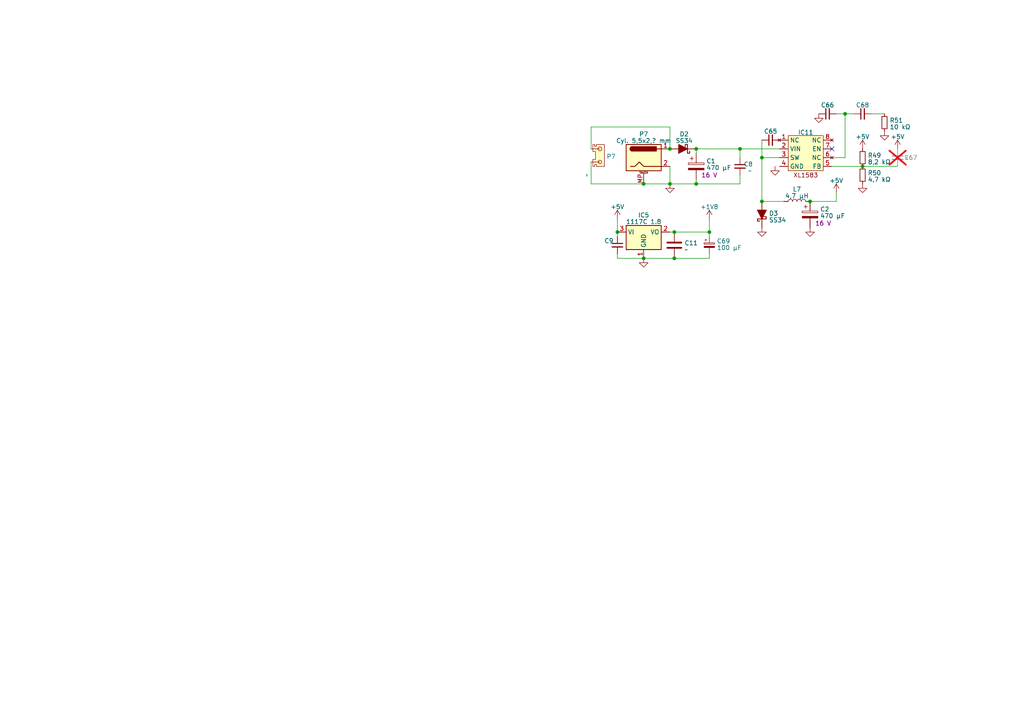
<source format=kicad_sch>
(kicad_sch (version 20230121) (generator eeschema)
  (paper "A4")
  (lib_symbols
    (symbol "Connector:Barrel_Jack_MountingPin" (pin_names hide)
      (property "Reference" "J" (at 0 5.334 0))
      (property "Value" "Barrel_Jack_MountingPin" (at 1.27 -6.35 0))
      (symbol "Barrel_Jack_MountingPin_0_1"
        (rectangle (start -5.08 3.81) (end 5.08 -3.81) (stroke (width 0.254)) (fill (type background)))
        (arc (start -3.302 3.175) (mid -3.9343 2.54) (end -3.302 1.905) (stroke (width 0.254)))
        (arc (start -3.302 3.175) (mid -3.9343 2.54) (end -3.302 1.905) (stroke (width 0.254)) (fill (type outline)))
        (polyline (pts (xy 5.08 2.54) (xy 3.81 2.54)) (stroke (width 0.254)))
        (polyline (pts (xy -3.81 -2.54) (xy -2.54 -2.54) (xy -1.27 -1.27) (xy 0 -2.54) (xy 2.54 -2.54) (xy 5.08 -2.54)) (stroke (width 0.254)))
        (rectangle (start 3.683 3.175) (end -3.302 1.905) (stroke (width 0.254)) (fill (type outline)))
      )
      (symbol "Barrel_Jack_MountingPin_1_1"
        (polyline (pts (xy -1.016 -4.572) (xy 1.016 -4.572)) (stroke (width 0.1524)))
        (text "Mounting" (at 0 -4.191 0) (effects (font (size 0.381 0.381))))
        (pin passive line (at 7.62 2.54 180) (length 2.54) (name "~") (number "1"))
        (pin passive line (at 7.62 -2.54 180) (length 2.54) (name "~") (number "2"))
        (pin passive line (at 0 -7.62 90) (length 3.048) (name "MountPin") (number "MP"))
      )
    )
    (symbol "Device:C" (pin_numbers hide) (pin_names (offset 0.254))
      (property "Reference" "C" (at 0.635 2.54 0))
      (property "Value" "C" (at 0.635 -2.54 0))
      (symbol "C_0_1"
        (polyline (pts (xy -2.032 -0.762) (xy 2.032 -0.762)) (stroke (width 0.508)))
        (polyline (pts (xy -2.032 0.762) (xy 2.032 0.762)) (stroke (width 0.508)))
      )
      (symbol "C_1_1"
        (pin passive line (at 0 3.81 270) (length 2.794) (name "~") (number "1"))
        (pin passive line (at 0 -3.81 90) (length 2.794) (name "~") (number "2"))
      )
    )
    (symbol "Device:C_Polarized" (pin_numbers hide) (pin_names (offset 0.254))
      (property "Reference" "C" (at 0.635 2.54 0))
      (property "Value" "C_Polarized" (at 0.635 -2.54 0))
      (symbol "C_Polarized_0_1"
        (rectangle (start -2.286 0.508) (end 2.286 1.016))
        (polyline (pts (xy -1.778 2.286) (xy -0.762 2.286)))
        (polyline (pts (xy -1.27 2.794) (xy -1.27 1.778)))
        (rectangle (start 2.286 -0.508) (end -2.286 -1.016) (fill (type outline)))
      )
      (symbol "C_Polarized_1_1"
        (pin passive line (at 0 3.81 270) (length 2.794) (name "~") (number "1"))
        (pin passive line (at 0 -3.81 90) (length 2.794) (name "~") (number "2"))
      )
    )
    (symbol "Device:C_Polarized_Small" (pin_numbers hide) (pin_names (offset 0.254) hide)
      (property "Reference" "C" (at 0.254 1.778 0))
      (property "Value" "C_Polarized_Small" (at 0.254 -2.032 0))
      (symbol "C_Polarized_Small_0_1"
        (rectangle (start -1.524 -0.3048) (end 1.524 -0.6858) (fill (type outline)))
        (rectangle (start -1.524 0.6858) (end 1.524 0.3048))
        (polyline (pts (xy -1.27 1.524) (xy -0.762 1.524)))
        (polyline (pts (xy -1.016 1.27) (xy -1.016 1.778)))
      )
      (symbol "C_Polarized_Small_1_1"
        (pin passive line (at 0 2.54 270) (length 1.8542) (name "~") (number "1"))
        (pin passive line (at 0 -2.54 90) (length 1.8542) (name "~") (number "2"))
      )
    )
    (symbol "Device:C_Small" (pin_numbers hide) (pin_names (offset 0.254) hide)
      (property "Reference" "C" (at 0.254 1.778 0))
      (property "Value" "C_Small" (at 0.254 -2.032 0))
      (symbol "C_Small_0_1"
        (polyline (pts (xy -1.524 -0.508) (xy 1.524 -0.508)) (stroke (width 0.3302)))
        (polyline (pts (xy -1.524 0.508) (xy 1.524 0.508)) (stroke (width 0.3048)))
      )
      (symbol "C_Small_1_1"
        (pin passive line (at 0 2.54 270) (length 2.032) (name "~") (number "1"))
        (pin passive line (at 0 -2.54 90) (length 2.032) (name "~") (number "2"))
      )
    )
    (symbol "Device:D_Schottky_Filled" (pin_numbers hide) (pin_names (offset 1.016) hide)
      (property "Reference" "D" (at 0 2.54 0))
      (property "Value" "D_Schottky_Filled" (at 0 -2.54 0))
      (symbol "D_Schottky_Filled_0_1"
        (polyline (pts (xy 1.27 0) (xy -1.27 0)))
        (polyline (pts (xy 1.27 1.27) (xy 1.27 -1.27) (xy -1.27 0) (xy 1.27 1.27)) (stroke (width 0.254)) (fill (type outline)))
        (polyline (pts (xy -1.905 0.635) (xy -1.905 1.27) (xy -1.27 1.27) (xy -1.27 -1.27) (xy -0.635 -1.27) (xy -0.635 -0.635)) (stroke (width 0.254)))
      )
      (symbol "D_Schottky_Filled_1_1"
        (pin passive line (at -3.81 0 0) (length 2.54) (name "K") (number "1"))
        (pin passive line (at 3.81 0 180) (length 2.54) (name "A") (number "2"))
      )
    )
    (symbol "Device:L" (pin_numbers hide) (pin_names (offset 1.016) hide)
      (property "Reference" "L" (at -1.27 0 90))
      (property "Value" "L" (at 1.905 0 90))
      (symbol "L_0_1"
        (arc (start 0 -2.54) (mid 0.6323 -1.905) (end 0 -1.27))
        (arc (start 0 -1.27) (mid 0.6323 -0.635) (end 0 0))
        (arc (start 0 0) (mid 0.6323 0.635) (end 0 1.27))
        (arc (start 0 1.27) (mid 0.6323 1.905) (end 0 2.54))
      )
      (symbol "L_1_1"
        (pin passive line (at 0 3.81 270) (length 1.27) (name "1") (number "1"))
        (pin passive line (at 0 -3.81 90) (length 1.27) (name "2") (number "2"))
      )
    )
    (symbol "Device:R_Small" (pin_numbers hide) (pin_names (offset 0.254) hide)
      (property "Reference" "R" (at 0.762 0.508 0))
      (property "Value" "R_Small" (at 0.762 -1.016 0))
      (symbol "R_Small_0_1"
        (rectangle (start -0.762 1.778) (end 0.762 -1.778) (stroke (width 0.2032)))
      )
      (symbol "R_Small_1_1"
        (pin passive line (at 0 2.54 270) (length 0.762) (name "~") (number "1"))
        (pin passive line (at 0 -2.54 90) (length 0.762) (name "~") (number "2"))
      )
    )
    (symbol "GBS8200:Conn_1x2_2,54mm"
      (property "Reference" "P" (at 4.826 -6.604 0))
      (symbol "Conn_1x2_2,54mm_0_1"
        (polyline (pts (xy 2.54 -5.08) (xy 8.89 -5.08) (xy 8.89 -2.794) (xy 8.382 -2.794) (xy 8.382 -2.286) (xy 8.89 -2.286)) (fill (type background)))
        (polyline (pts (xy 8.89 -2.286) (xy 8.89 -1.778) (xy 6.858 -1.778) (xy 6.858 -2.54) (xy 4.572 -2.54) (xy 4.572 -1.778) (xy 2.54 -1.778) (xy 2.54 -2.286) (xy 3.048 -2.286) (xy 3.048 -2.794) (xy 2.54 -2.794) (xy 2.54 -5.08)) (fill (type background)))
        (circle (center 3.81 -3.81) (radius 0.508))
        (circle (center 7.62 -3.81) (radius 0.568))
      )
      (symbol "Conn_1x2_2,54mm_1_1"
        (pin passive line (at 3.81 -1.27 270) (length 2.54) (name "") (number ""))
        (pin passive line (at 7.62 -1.27 270) (length 2.54) (name "") (number ""))
      )
    )
    (symbol "GBS8200:XL1583"
      (property "Reference" "IC" (at 7.874 -0.508 0))
      (symbol "XL1583_0_1"
        (rectangle (start 3.81 -1.524) (end 13.97 -11.684) (fill (type background)))
        (text "XL1583" (at 8.89 -12.954 0) (effects (font (size 1.27 1.27))))
      )
      (symbol "XL1583_1_1"
        (pin no_connect line (at 1.27 -2.794 0) (length 2.54) (name "NC") (number "1"))
        (pin power_in line (at 1.27 -5.334 0) (length 2.54) (name "VIN") (number "2"))
        (pin power_out line (at 1.27 -7.874 0) (length 2.54) (name "SW") (number "3"))
        (pin power_in line (at 1.27 -10.414 0) (length 2.54) (name "GND") (number "4"))
        (pin input line (at 16.51 -10.414 180) (length 2.54) (name "FB") (number "5"))
        (pin no_connect line (at 16.51 -7.874 180) (length 2.54) (name "NC") (number "6"))
        (pin input line (at 16.51 -5.334 180) (length 2.54) (name "EN") (number "7"))
        (pin no_connect line (at 16.51 -2.794 180) (length 2.54) (name "NC") (number "8"))
      )
    )
    (symbol "Regulator_Linear:AMS1117-1.8"
      (property "Reference" "U" (at -3.81 3.175 0))
      (property "Value" "AMS1117-1.8" (at 0 3.175 0))
      (symbol "AMS1117-1.8_0_1"
        (rectangle (start -5.08 -5.08) (end 5.08 1.905) (stroke (width 0.254)) (fill (type background)))
      )
      (symbol "AMS1117-1.8_1_1"
        (pin power_in line (at 0 -7.62 90) (length 2.54) (name "GND") (number "1"))
        (pin power_out line (at 7.62 0 180) (length 2.54) (name "VO") (number "2"))
        (pin power_in line (at -7.62 0 0) (length 2.54) (name "VI") (number "3"))
      )
    )
    (symbol "power:+1V8" (power) (pin_names (offset 0))
      (property "Value" "+1V8" (at 0 3.556 0))
      (symbol "+1V8_0_1"
        (polyline (pts (xy -0.762 1.27) (xy 0 2.54)))
        (polyline (pts (xy 0 0) (xy 0 2.54)))
        (polyline (pts (xy 0 2.54) (xy 0.762 1.27)))
      )
      (symbol "+1V8_1_1"
        (pin power_in line (at 0 0 90) (length 0) hide (name "+1V8") (number "1"))
      )
    )
    (symbol "power:+5V" (power) (pin_names (offset 0))
      (property "Value" "+5V" (at 0 3.556 0))
      (symbol "+5V_0_1"
        (polyline (pts (xy -0.762 1.27) (xy 0 2.54)))
        (polyline (pts (xy 0 0) (xy 0 2.54)))
        (polyline (pts (xy 0 2.54) (xy 0.762 1.27)))
      )
      (symbol "+5V_1_1"
        (pin power_in line (at 0 0 90) (length 0) hide (name "+5V") (number "1"))
      )
    )
    (symbol "power:GND" (power) (pin_names (offset 0))
      (property "Value" "GND" (at 0 -3.81 0))
      (symbol "GND_0_1"
        (polyline (pts (xy 0 0) (xy 0 -1.27) (xy 1.27 -1.27) (xy 0 -2.54) (xy -1.27 -1.27) (xy 0 -1.27)))
      )
      (symbol "GND_1_1"
        (pin power_in line (at 0 0 270) (length 0) hide (name "GND") (number "1"))
      )
    )
  )
  (junction (at 201.93 43.18))
  (junction (at 194.31 53.34))
  (junction (at 194.31 43.18))
  (junction (at 220.98 45.72))
  (junction (at 220.98 58.42))
  (junction (at 250.19 48.26))
  (junction (at 245.11 33.02))
  (junction (at 201.93 53.34))
  (junction (at 179.07 67.31))
  (junction (at 214.63 43.18))
  (junction (at 195.58 74.93))
  (junction (at 186.69 53.34))
  (junction (at 186.69 74.93))
  (junction (at 205.74 67.31))
  (junction (at 234.95 58.42))
  (junction (at 195.58 67.31))
  (no_connect (at 241.3 43.18))
  (wire (pts (xy 201.93 53.34) (xy 194.31 53.34)))
  (wire (pts (xy 220.98 40.64) (xy 220.98 45.72)))
  (wire (pts (xy 194.31 67.31) (xy 195.58 67.31)))
  (wire (pts (xy 234.95 58.42) (xy 242.57 58.42)))
  (wire (pts (xy 220.98 45.72) (xy 226.06 45.72)))
  (wire (pts (xy 186.69 74.93) (xy 195.58 74.93)))
  (wire (pts (xy 245.11 33.02) (xy 245.11 45.72)))
  (wire (pts (xy 179.07 63.5) (xy 179.07 67.31)))
  (wire (pts (xy 242.57 33.02) (xy 245.11 33.02)))
  (wire (pts (xy 179.07 74.93) (xy 186.69 74.93)))
  (wire (pts (xy 205.74 63.5) (xy 205.74 67.31)))
  (wire (pts (xy 179.07 73.66) (xy 179.07 74.93)))
  (wire (pts (xy 250.19 48.26) (xy 260.35 48.26)))
  (wire (pts (xy 220.98 58.42) (xy 227.33 58.42)))
  (wire (pts (xy 194.31 53.34) (xy 194.31 48.26)))
  (wire (pts (xy 194.31 43.18) (xy 194.31 36.83)))
  (wire (pts (xy 241.3 48.26) (xy 250.19 48.26)))
  (wire (pts (xy 205.74 74.93) (xy 195.58 74.93)))
  (wire (pts (xy 214.63 53.34) (xy 214.63 50.8)))
  (wire (pts (xy 214.63 43.18) (xy 226.06 43.18)))
  (wire (pts (xy 201.93 53.34) (xy 214.63 53.34)))
  (wire (pts (xy 205.74 73.66) (xy 205.74 74.93)))
  (wire (pts (xy 201.93 43.18) (xy 214.63 43.18)))
  (wire (pts (xy 214.63 43.18) (xy 214.63 45.72)))
  (wire (pts (xy 171.45 46.99) (xy 171.45 53.34)))
  (wire (pts (xy 195.58 67.31) (xy 205.74 67.31)))
  (wire (pts (xy 201.93 43.18) (xy 201.93 44.45)))
  (wire (pts (xy 171.45 53.34) (xy 186.69 53.34)))
  (wire (pts (xy 245.11 45.72) (xy 241.3 45.72)))
  (wire (pts (xy 220.98 45.72) (xy 220.98 58.42)))
  (wire (pts (xy 171.45 36.83) (xy 194.31 36.83)))
  (wire (pts (xy 252.73 33.02) (xy 256.54 33.02)))
  (wire (pts (xy 171.45 36.83) (xy 171.45 43.18)))
  (wire (pts (xy 179.07 67.31) (xy 179.07 68.58)))
  (wire (pts (xy 201.93 52.07) (xy 201.93 53.34)))
  (wire (pts (xy 205.74 67.31) (xy 205.74 68.58)))
  (wire (pts (xy 245.11 33.02) (xy 247.65 33.02)))
  (wire (pts (xy 186.69 53.34) (xy 194.31 53.34)))
  (wire (pts (xy 242.57 58.42) (xy 242.57 55.88)))
  (symbol (lib_id "power:GND") (at 234.95 66.04 0) (unit 1)
    (property "Reference" "#PWR05" (effects hide))
    (property "Value" "GND" (effects hide))
    (instances (project "GBS8200_reverse" (path "" (reference "#PWR05") (unit 1)) (path "" (reference "#PWR07") (unit 1))))
  )
  (symbol (lib_id "power:GND") (at 256.54 38.1 0) (unit 1)
    (property "Reference" "#PWR010" (effects hide))
    (property "Value" "GND" (effects hide))
    (instances (project "GBS8200_reverse" (path "" (reference "#PWR010") (unit 1)) (path "" (reference "#PWR012") (unit 1))))
  )
  (symbol (lib_id "GBS8200:XL1583") (at 224.79 37.846 0) (unit 1)
    (property "Reference" "IC11" (at 233.68 38.408 0))
    (property "Value" "~" (at 224.79 37.846 0))
    (property "Datasheet" "file:./Datasheets/XL1583.PDF" (effects hide))
  )
  (symbol (lib_id "Device:D_Schottky_Filled") (at 198.12 43.18 180) (unit 1)
    (property "Reference" "D2" (at 198.4375 38.9001 0))
    (property "Value" "SS34" (at 198.4375 40.8211 0))
  )
  (symbol (lib_id "Device:R_Small") (at 256.54 35.56 180) (unit 1)
    (property "Reference" "R51" (at 258.0386 34.9163 0) (effects (justify right)))
    (property "Value" "10 kΩ" (at 258.0386 36.8373 0) (effects (justify right)))
  )
  (symbol (lib_id "power:GND") (at 220.98 66.04 0) (unit 1)
    (property "Reference" "#PWR04" (effects hide))
    (property "Value" "GND" (effects hide))
    (instances (project "GBS8200_reverse" (path "" (reference "#PWR04") (unit 1)) (path "" (reference "#PWR05") (unit 1))))
  )
  (symbol (lib_id "power:+5V") (at 250.19 43.18 0) (unit 1)
    (property "Reference" "#PWR07" (effects hide))
    (property "Value" "+5V" (at 250.19 39.6781 0))
    (instances (project "GBS8200_reverse" (path "" (reference "#PWR07") (unit 1)) (path "" (reference "#PWR010") (unit 1))))
  )
  (symbol (lib_id "Device:C_Small") (at 223.52 40.64 90) (unit 1)
    (property "Reference" "C65" (at 223.52 38.1 90))
    (property "Value" "~" (at 223.5263 37.989 90))
  )
  (symbol (lib_id "Device:C_Polarized_Small") (at 205.74 71.12 0) (unit 1)
    (property "Reference" "C69" (at 207.899 69.9302 0) (effects (justify left)))
    (property "Value" "100 μF" (at 207.899 71.8512 0) (effects (justify left)))
    (property "Voltage" "16 V" (effects hide))
  )
  (symbol (lib_id "Device:C_Small") (at 250.19 33.02 90) (unit 1)
    (property "Reference" "C68" (at 250.19 30.48 90))
    (property "Value" "~" (at 250.1963 30.369 90))
  )
  (symbol (lib_id "power:GND") (at 224.79 48.26 0) (unit 1)
    (property "Reference" "#PWR02" (effects hide))
    (property "Value" "GND" (effects hide))
    (instances (project "GBS8200_reverse" (path "" (reference "#PWR02") (unit 1)) (path "" (reference "#PWR06") (unit 1))))
  )
  (symbol (lib_id "Device:D_Schottky_Filled") (at 220.98 62.23 90) (unit 1)
    (property "Reference" "D3" (at 223.012 61.9038 90) (effects (justify right)))
    (property "Value" "SS34" (at 223.012 63.8248 90) (effects (justify right)))
  )
  (symbol (lib_id "power:+5V") (at 260.35 43.18 0) (unit 1)
    (property "Reference" "#PWR09" (effects hide))
    (property "Value" "+5V" (at 260.35 39.6781 0))
    (instances (project "GBS8200_reverse" (path "" (reference "#PWR09") (unit 1)) (path "" (reference "#PWR013") (unit 1))))
  )
  (symbol (lib_id "power:GND") (at 250.19 53.34 0) (unit 1)
    (property "Reference" "#PWR03" (effects hide))
    (property "Value" "GND" (effects hide))
    (instances (project "GBS8200_reverse" (path "" (reference "#PWR03") (unit 1)) (path "" (reference "#PWR011") (unit 1))))
  )
  (symbol (lib_id "power:+5V") (at 179.07 63.5 0) (unit 1)
    (property "Reference" "#PWR012" (effects hide))
    (property "Value" "+5V" (at 179.07 59.9981 0))
    (instances (project "GBS8200_reverse" (path "" (reference "#PWR012") (unit 1)) (path "" (reference "#PWR01") (unit 1))))
  )
  (symbol (lib_id "Device:C_Polarized") (at 234.95 62.23 0) (unit 1)
    (property "Reference" "C2" (at 237.871 60.6973 0) (effects (justify left)))
    (property "Value" "470 μF" (at 237.871 62.6183 0) (effects (justify left)))
    (property "Voltage" "16 V" (at 238.76 64.77 0))
  )
  (symbol (lib_id "Connector:Barrel_Jack_MountingPin") (at 186.69 45.72 0) (unit 1)
    (property "Reference" "P7" (at 186.69 38.9001 0))
    (property "Value" "Cyl. 5,5x2,? mm" (at 186.69 40.8211 0))
  )
  (symbol (lib_id "power:+5V") (at 242.57 55.88 0) (unit 1)
    (property "Reference" "#PWR06" (effects hide))
    (property "Value" "+5V" (at 242.57 52.3781 0))
    (instances (project "GBS8200_reverse" (path "" (reference "#PWR06") (unit 1)) (path "" (reference "#PWR09") (unit 1))))
  )
  (symbol (lib_id "GBS8200:Conn_1x2_2,54mm") (at 170.18 50.8 90) (unit 1)
    (property "Reference" "P7" (at 175.895 45.4018 90) (effects (justify right)))
    (property "Value" "~" (at 170.18 50.8 0))
  )
  (symbol (lib_id "power:GND") (at 237.49 33.02 0) (unit 1)
    (property "Reference" "#PWR08" (effects hide))
    (property "Value" "GND" (effects hide))
  )
  (symbol (lib_id "Device:C") (at 195.58 71.12 0) (unit 1)
    (property "Reference" "C11" (at 198.501 70.4763 0) (effects (justify left)))
    (property "Value" "~" (at 198.501 72.3973 0) (effects (justify left)))
  )
  (symbol (lib_id "Device:C_Small") (at 214.63 48.26 0) (unit 1)
    (property "Reference" "C8" (at 215.6841 47.6226 0) (effects (justify left)))
    (property "Value" "~" (at 216.9541 49.5436 0) (effects (justify left)))
  )
  (symbol (lib_id "Device:R_Small") (at 250.19 45.72 180) (unit 1)
    (property "Reference" "R49" (at 251.6886 45.0763 0) (effects (justify right)))
    (property "Value" "8,2 kΩ" (at 251.6886 46.9973 0) (effects (justify right)))
  )
  (symbol (lib_id "Device:C_Small") (at 179.07 71.12 0) (unit 1)
    (property "Reference" "C9" (at 175.26 69.85 0) (effects (justify left)))
    (property "Value" "~" (at 181.3941 72.4036 0) (effects (justify left)))
  )
  (symbol (lib_id "Device:C_Small") (at 260.35 45.72 0) (unit 1) (dnp yes)
    (property "Reference" "C67" (at 264.16 45.72 0))
    (property "Value" "~" (at 263.001 45.7263 90))
  )
  (symbol (lib_id "power:+1V8") (at 205.74 63.5 0) (unit 1)
    (property "Reference" "#PWR013" (effects hide))
    (property "Value" "+1V8" (at 205.74 59.9981 0))
    (instances (project "GBS8200_reverse" (path "" (reference "#PWR013") (unit 1)) (path "" (reference "#PWR04") (unit 1))))
  )
  (symbol (lib_id "Device:C_Small") (at 240.03 33.02 90) (unit 1)
    (property "Reference" "C66" (at 240.03 30.48 90))
    (property "Value" "~" (at 240.0363 30.369 90))
  )
  (symbol (lib_id "power:GND") (at 194.31 53.34 0) (unit 1)
    (property "Reference" "#PWR01" (effects hide))
    (property "Value" "GND" (effects hide))
    (instances (project "GBS8200_reverse" (path "" (reference "#PWR01") (unit 1)) (path "" (reference "#PWR03") (unit 1))))
  )
  (symbol (lib_id "Device:R_Small") (at 250.19 50.8 180) (unit 1)
    (property "Reference" "R50" (at 251.6886 50.1563 0) (effects (justify right)))
    (property "Value" "4,7 kΩ" (at 251.6886 52.0773 0) (effects (justify right)))
  )
  (symbol (lib_id "Regulator_Linear:AMS1117-1.8") (at 186.69 67.31 0) (unit 1)
    (property "Reference" "IC5" (at 186.69 62.3951 0))
    (property "Value" "1117C 1.8" (at 186.69 64.3161 0))
    (property "Footprint" "Package_TO_SOT_SMD:SOT-223-3_TabPin2" (effects hide))
    (property "Datasheet" "http://www.advanced-monolithic.com/pdf/ds1117.pdf" (effects hide))
  )
  (symbol (lib_id "Device:L") (at 231.14 58.42 90) (unit 1)
    (property "Reference" "L7" (at 231.14 54.9047 90))
    (property "Value" "4,7 μH" (at 231.14 56.8257 90))
  )
  (symbol (lib_id "Device:C_Polarized") (at 201.93 48.26 0) (unit 1)
    (property "Reference" "C1" (at 204.851 46.7273 0) (effects (justify left)))
    (property "Value" "470 μF" (at 204.851 48.6483 0) (effects (justify left)))
    (property "Voltage" "16 V" (at 205.74 50.8 0))
  )
  (symbol (lib_id "power:GND") (at 186.69 74.93 0) (unit 1)
    (property "Reference" "#PWR011" (effects hide))
    (property "Value" "GND" (effects hide))
    (instances (project "GBS8200_reverse" (path "" (reference "#PWR011") (unit 1)) (path "" (reference "#PWR02") (unit 1))))
  )
)
</source>
